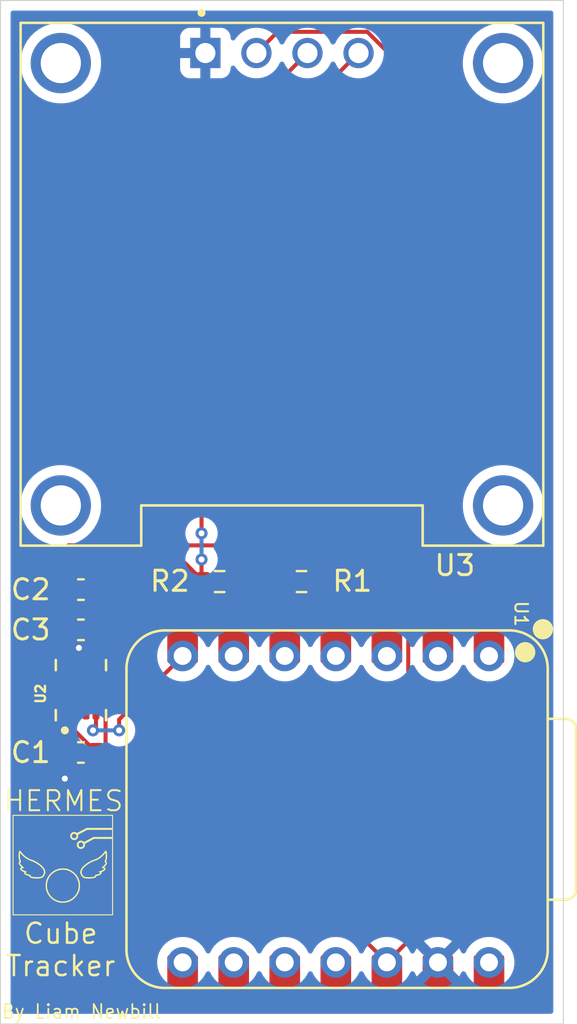
<source format=kicad_pcb>
(kicad_pcb (version 20241229) (generator "pcbnew") (generator_version "9.0")
  (layers (0 "F.Cu" signal) (2 "B.Cu" signal) (13 "F.Paste" user) (15 "B.Paste" user) (5 "F.SilkS" user "F.Silkscreen") (7 "B.SilkS" user "B.Silkscreen") (1 "F.Mask" user) (3 "B.Mask" user) (25 "Edge.Cuts" user))
  (net 0 "")
  (net 1 "GND")
  (net 2 "3.3V")
  (net 3 "SDA")
  (net 4 "Net-(U1-GPIO6{slash}SDA)")
  (net 5 "Net-(U1-GPIO7{slash}SCL)")
  (net 6 "SCL")
  (net 8 "ICMINT")
  (footprint "KICADCustom:HermesLogo" (layer "F.Cu") (at 151.1 91.9)
    (property "Reference" "G***" (hide yes))
    (property "Value" "LOGO" (hide yes))
    (fp_poly (pts (xy 0.049009 0.16558) (xy 0.118718 0.169552) (xy 0.178599 0.17694) (xy 0.21 0.183725) (xy 0.335993 0.228451) (xy 0.451794 0.289813) (xy 0.556147 0.366557) (xy 0.647797 0.457427) (xy 0.725489 0.561168) (xy 0.787969 0.676525) (xy 0.833981 0.802243) (xy 0.836172 0.810023) (xy 0.845851 0.859977) (xy 0.85212 0.92373) (xy 0.854976 0.995377) (xy 0.854419 1.069009) (xy 0.850447 1.138718) (xy 0.843059 1.198599) (xy 0.836274 1.23) (xy 0.791897 1.354887) (xy 0.730903 1.470109) (xy 0.654708 1.57424) (xy 0.564728 1.665858) (xy 0.462379 1.74354) (xy 0.349076 1.805863) (xy 0.226234 1.851403) (xy 0.215 1.854563) (xy 0.180323 1.861303) (xy 0.131462 1.867221) (xy 0.07412 1.872) (xy 0.014 1.875321) (xy -0.043194 1.876867) (xy -0.091758 1.876319) (xy -0.125 1.873523) (xy -0.22264 1.850723) (xy -0.323928 1.81436) (xy -0.421433 1.767521) (xy -0.503436 1.716383) (xy -0.599561 1.635535) (xy -0.683481 1.539993) (xy -0.753687 1.431959) (xy -0.808674 1.313636) (xy -0.836173 1.229976) (xy -0.845852 1.180022) (xy -0.852121 1.116269) (xy -0.854977 1.044622) (xy -0.854486 0.979709) (xy -0.784904 0.979709) (xy -0.784505 1.070354) (xy -0.77608 1.156631) (xy -0.762038 1.222991) (xy -0.717921 1.34297) (xy -0.657768 1.452099) (xy -0.582916 1.549165) (xy -0.4947 1.632949) (xy -0.394457 1.702239) (xy -0.283523 1.755816) (xy -0.163233 1.792467) (xy -0.128361 1.799476) (xy -0.074171 1.805143) (xy -0.007795 1.806032) (xy 0.063637 1.802552) (xy 0.132995 1.795111) (xy 0.193149 1.784117) (xy 0.208286 1.780202) (xy 0.326618 1.736718) (xy 0.434663 1.676685) (xy 0.531096 1.601429) (xy 0.614594 1.51228) (xy 0.683831 1.410566) (xy 0.737485 1.297617) (xy 0.761648 1.225) (xy 0.777281 1.147882) (xy 0.784903 1.06029) (xy 0.784504 0.969645) (xy 0.776079 0.883368) (xy 0.762037 0.817008) (xy 0.717725 0.696329) (xy 0.657343 0.586779) (xy 0.58202 0.489488) (xy 0.492881 0.405588) (xy 0.391056 0.336208) (xy 0.277671 0.28248) (xy 0.205 0.258351) (xy 0.127882 0.242718) (xy 0.04029 0.235096) (xy -0.050355 0.235495) (xy -0.136632 0.24392) (xy -0.202992 0.257962) (xy -0.323671 0.302274) (xy -0.433221 0.362656) (xy -0.530512 0.437979) (xy -0.614412 0.527118) (xy -0.683792 0.628943) (xy -0.73752 0.742328) (xy -0.761649 0.815) (xy -0.777282 0.892117) (xy -0.784904 0.979709) (xy -0.854486 0.979709) (xy -0.85442 0.97099) (xy -0.850448 0.901281) (xy -0.84306 0.8414) (xy -0.836275 0.81) (xy -0.791549 0.684006) (xy -0.730187 0.568205) (xy -0.653443 0.463852) (xy -0.562573 0.372202) (xy -0.458832 0.29451) (xy -0.343475 0.23203) (xy -0.217757 0.186018) (xy -0.209977 0.183827) (xy -0.160023 0.174148) (xy -0.09627 0.167879) (xy -0.024623 0.165023)) (fill yes) (layer "F.SilkS"))
    (fp_poly (pts (xy 2.5 0) (xy 2.5 2.5) (xy 0 2.5) (xy -2.5 2.5) (xy -2.5 0) (xy -2.45 0) (xy -2.45 2.45) (xy 0 2.45) (xy 2.45 2.45) (xy 2.45 0.575) (xy 2.45 -1.3) (xy 2.002235 -1.3) (xy 1.554471 -1.3) (xy 1.332359 -1.1825) (xy 1.110247 -1.065) (xy 1.110123 -1.017179) (xy 1.101381 -0.954411) (xy 1.077462 -0.900554) (xy 1.041306 -0.85693) (xy 0.995856 -0.824862) (xy 0.944053 -0.805674) (xy 0.888837 -0.800688) (xy 0.833151 -0.811226) (xy 0.779936 -0.838612) (xy 0.756239 -0.858031) (xy 0.718122 -0.906149) (xy 0.696788 -0.960514) (xy 0.692205 -1.010614) (xy 0.785 -1.010614) (xy 0.793716 -0.961985) (xy 0.818825 -0.923433) (xy 0.855 -0.899029) (xy 0.893159 -0.892118) (xy 0.935205 -0.899772) (xy 0.97352 -0.920196) (xy 0.984066 -0.929451) (xy 1.003683 -0.952526) (xy 1.012761 -0.975934) (xy 1.014999 -1.009307) (xy 1.015 -1.01) (xy 1.012904 -1.043379) (xy 1.004004 -1.066831) (xy 0.984383 -1.090219) (xy 0.982307 -1.092308) (xy 0.958514 -1.112921) (xy 0.935419 -1.122509) (xy 0.903159 -1.124992) (xy 0.9 -1.125) (xy 0.866621 -1.122905) (xy 0.843169 -1.114005) (xy 0.819781 -1.094384) (xy 0.817692 -1.092308) (xy 0.796929 -1.068266) (xy 0.78737 -1.044861) (xy 0.785001 -1.012067) (xy 0.785 -1.010614) (xy 0.692205 -1.010614) (xy 0.691565 -1.017608) (xy 0.701784 -1.073908) (xy 0.726774 -1.125895) (xy 0.765866 -1.170048) (xy 0.81839 -1.202846) (xy 0.822178 -1.20447) (xy 0.87711 -1.217912) (xy 0.935022 -1.215999) (xy 0.989678 -1.199743) (xy 1.034839 -1.170152) (xy 1.034967 -1.170031) (xy 1.041463 -1.164556) (xy 1.048782 -1.161504) (xy 1.059074 -1.161762) (xy 1.074492 -1.166217) (xy 1.097186 -1.175758) (xy 1.129307 -1.191272) (xy 1.173007 -1.213647) (xy 1.230438 -1.243771) (xy 1.290103 -1.27531) (xy 1.525 -1.399603) (xy 1.9875 -1.399802) (xy 2.45 -1.4) (xy 2.45 -1.575) (xy 2.45 -1.75) (xy 1.832122 -1.75) (xy 1.214245 -1.75) (xy 0.990597 -1.631206) (xy 0.76695 -1.512411) (xy 0.765975 -1.448706) (xy 0.757336 -1.382778) (xy 0.7333 -1.329341) (xy 0.693357 -1.287535) (xy 0.658181 -1.265967) (xy 0.600961 -1.244773) (xy 0.547342 -1.241686) (xy 0.492388 -1.256753) (xy 0.468985 -1.267844) (xy 0.433085 -1.289842) (xy 0.408252 -1.315192) (xy 0.387843 -1.348986) (xy 0.365552 -1.406545) (xy 0.362551 -1.449969) (xy 0.45 -1.449969) (xy 0.457974 -1.412869) (xy 0.478358 -1.375945) (xy 0.50584 -1.348647) (xy 0.507556 -1.347548) (xy 0.546303 -1.332171) (xy 0.586744 -1.334838) (xy 0.613928 -1.345162) (xy 0.64561 -1.368484) (xy 0.669318 -1.401274) (xy 0.679865 -1.43608) (xy 0.68 -1.440032) (xy 0.671628 -1.479407) (xy 0.649577 -1.515664) (xy 0.618442 -1.543793) (xy 0.582817 -1.558784) (xy 0.569968 -1.56) (xy 0.530593 -1.551629) (xy 0.494336 -1.529578) (xy 0.466207 -1.498443) (xy 0.451216 -1.462818) (xy 0.45 -1.449969) (xy 0.362551 -1.449969) (xy 0.361755 -1.461481) (xy 0.376344 -1.518508) (xy 0.383491 -1.535028) (xy 0.417566 -1.58683) (xy 0.462912 -1.623479) (xy 0.516734 -1.644036) (xy 0.576233 -1.647563) (xy 0.638613 -1.63312) (xy 0.655184 -1.626202) (xy 0.712742 -1.599851) (xy 0.949858 -1.724926) (xy 1.186974 -1.85) (xy 1.818487 -1.85) (xy 2.45 -1.85) (xy 2.45 -2.15) (xy 2.45 -2.45) (xy 0 -2.45) (xy -2.45 -2.45) (xy -2.45 0) (xy -2.5 0) (xy -2.5 -2.5) (xy 0 -2.5) (xy 2.5 -2.5)) (fill yes) (layer "F.SilkS"))
    (fp_poly (pts (xy 2.138442 -0.724801) (xy 2.145216 -0.719821) (xy 2.167184 -0.693641) (xy 2.183569 -0.654891) (xy 2.195318 -0.600817) (xy 2.200616 -0.559119) (xy 2.204442 -0.489559) (xy 2.202779 -0.415542) (xy 2.196171 -0.343242) (xy 2.185166 -0.278834) (xy 2.171708 -0.232075) (xy 2.153181 -0.183315) (xy 2.17659 -0.1561) (xy 2.192695 -0.130124) (xy 2.199965 -0.104071) (xy 2.2 -0.1026) (xy 2.191741 -0.06258) (xy 2.168538 -0.016675) (xy 2.132747 0.030967) (xy 2.110939 0.054074) (xy 2.061359 0.102909) (xy 2.093179 0.124277) (xy 2.120023 0.151337) (xy 2.128802 0.182775) (xy 2.120519 0.21693) (xy 2.096175 0.252138) (xy 2.056772 0.286735) (xy 2.00331 0.319059) (xy 1.965404 0.336463) (xy 1.939104 0.348578) (xy 1.927303 0.359672) (xy 1.925617 0.375316) (xy 1.92698 0.385266) (xy 1.923023 0.420269) (xy 1.900454 0.453131) (xy 1.860629 0.482859) (xy 1.804904 0.50846) (xy 1.734634 0.528942) (xy 1.729059 0.53019) (xy 1.696224 0.538647) (xy 1.677265 0.548296) (xy 1.666247 0.56308) (xy 1.661275 0.575237) (xy 1.638957 0.60841) (xy 1.614457 0.624587) (xy 1.563771 0.642588) (xy 1.497687 0.656872) (xy 1.420535 0.666994) (xy 1.336647 0.672512) (xy 1.250353 0.672983) (xy 1.178847 0.669127) (xy 1.097822 0.656948) (xy 1.032143 0.634343) (xy 0.979128 0.599541) (xy 0.936092 0.550773) (xy 0.900354 0.486268) (xy 0.899782 0.485) (xy 0.87838 0.432325) (xy 0.867198 0.389536) (xy 0.866519 0.376279) (xy 0.942082 0.376279) (xy 0.957272 0.435441) (xy 0.970281 0.465589) (xy 1.000957 0.517839) (xy 1.037255 0.554082) (xy 1.083745 0.578283) (xy 1.109387 0.58635) (xy 1.141743 0.591858) (xy 1.188972 0.595829) (xy 1.246007 0.598227) (xy 1.307776 0.599015) (xy 1.369212 0.598156) (xy 1.425245 0.595615) (xy 1.470805 0.591354) (xy 1.485461 0.589068) (xy 1.537311 0.577284) (xy 1.572005 0.563472) (xy 1.592385 0.545907) (xy 1.601293 0.522863) (xy 1.60186 0.518386) (xy 1.604108 0.50338) (xy 1.609827 0.492906) (xy 1.622819 0.484783) (xy 1.646887 0.476826) (xy 1.685832 0.466855) (xy 1.695931 0.46438) (xy 1.760681 0.446634) (xy 1.810119 0.428998) (xy 1.842562 0.412146) (xy 1.854571 0.400693) (xy 1.85027 0.390422) (xy 1.833083 0.373706) (xy 1.814088 0.359373) (xy 1.767766 0.327502) (xy 1.851383 0.300433) (xy 1.926741 0.273518) (xy 1.984324 0.247084) (xy 2.026301 0.220076) (xy 2.038481 0.209567) (xy 2.05252 0.190551) (xy 2.047664 0.177777) (xy 2.023847 0.171177) (xy 2.002756 0.170153) (xy 1.977611 0.165986) (xy 1.96085 0.150081) (xy 1.954247 0.138543) (xy 1.944777 0.118144) (xy 1.945445 0.105095) (xy 1.958571 0.091772) (xy 1.97149 0.081904) (xy 2.000912 0.057448) (xy 2.033941 0.026381) (xy 2.066765 -0.007247) (xy 2.095573 -0.039387) (xy 2.116551 -0.065991) (xy 2.12555 -0.081736) (xy 2.1254 -0.105108) (xy 2.117817 -0.114239) (xy 2.102971 -0.130477) (xy 2.087801 -0.154429) (xy 2.087779 -0.154471) (xy 2.078686 -0.175464) (xy 2.079009 -0.192792) (xy 2.089235 -0.216267) (xy 2.091017 -0.219707) (xy 2.108168 -0.262303) (xy 2.120094 -0.315591) (xy 2.127212 -0.382387) (xy 2.129942 -0.465502) (xy 2.13 -0.481613) (xy 2.13 -0.600496) (xy 2.0275 -0.496885) (xy 1.936588 -0.410647) (xy 1.849981 -0.340821) (xy 1.764477 -0.285281) (xy 1.676873 -0.241901) (xy 1.601123 -0.21388) (xy 1.508973 -0.179695) (xy 1.416212 -0.136672) (xy 1.325338 -0.086641) (xy 1.23885 -0.031429) (xy 1.159247 0.027136) (xy 1.089027 0.087225) (xy 1.030689 0.14701) (xy 0.986732 0.204663) (xy 0.961074 0.254423) (xy 0.943443 0.318108) (xy 0.942082 0.376279) (xy 0.866519 0.376279) (xy 0.865173 0.350003) (xy 0.871231 0.307151) (xy 0.888554 0.244034) (xy 0.914063 0.187364) (xy 0.95047 0.132729) (xy 1.000486 0.07572) (xy 1.033961 0.042536) (xy 1.156071 -0.061818) (xy 1.287952 -0.150246) (xy 1.431742 -0.224037) (xy 1.55787 -0.273778) (xy 1.616049 -0.294579) (xy 1.660814 -0.312317) (xy 1.697889 -0.329742) (xy 1.732996 -0.349603) (xy 1.77186 -0.37465) (xy 1.781852 -0.381379) (xy 1.885692 -0.461044) (xy 1.98528 -0.555459) (xy 2.075356 -0.659397) (xy 2.113385 -0.71073) (xy 2.126664 -0.725669)) (fill yes) (layer "F.SilkS"))
    (fp_poly (pts (xy -2.119862 -0.722281) (xy -2.111129 -0.710105) (xy -2.074524 -0.659524) (xy -2.028043 -0.602965) (xy -1.977426 -0.546949) (xy -1.928413 -0.497996) (xy -1.909036 -0.480548) (xy -1.83105 -0.416708) (xy -1.759912 -0.366479) (xy -1.691003 -0.327089) (xy -1.619701 -0.295765) (xy -1.575 -0.280061) (xy -1.437488 -0.226646) (xy -1.302671 -0.157353) (xy -1.175537 -0.075158) (xy -1.061074 0.016963) (xy -1.032316 0.043801) (xy -0.972358 0.10629) (xy -0.927972 0.164033) (xy -0.896739 0.22102) (xy -0.87624 0.28124) (xy -0.869552 0.312197) (xy -0.864757 0.344672) (xy -0.864876 0.371349) (xy -0.870805 0.400247) (xy -0.883439 0.439385) (xy -0.883909 0.440738) (xy -0.912521 0.510576) (xy -0.94588 0.565345) (xy -0.986601 0.606797) (xy -1.037302 0.636685) (xy -1.100598 0.656763) (xy -1.179106 0.668783) (xy -1.23 0.67261) (xy -1.276184 0.673702) (xy -1.331963 0.672919) (xy -1.387038 0.670448) (xy -1.4 0.669549) (xy -1.488523 0.65987) (xy -1.558282 0.645517) (xy -1.610025 0.626221) (xy -1.644497 0.601711) (xy -1.661276 0.575237) (xy -1.670427 0.555792) (xy -1.684157 0.543716) (xy -1.708399 0.535068) (xy -1.72906 0.53019) (xy -1.800826 0.510025) (xy -1.857636 0.484785) (xy -1.898268 0.455377) (xy -1.921496 0.422705) (xy -1.926096 0.387676) (xy -1.925608 0.38472) (xy -1.923354 0.364773) (xy -1.929117 0.352574) (xy -1.947229 0.342533) (xy -1.963172 0.336229) (xy -2.022107 0.308803) (xy -2.069309 0.277027) (xy -2.103617 0.242849) (xy -2.12387 0.20822) (xy -2.128909 0.17509) (xy -2.117572 0.145409) (xy -2.09056 0.122173) (xy -2.061838 0.105688) (xy -2.117283 0.045801) (xy -2.161966 -0.007915) (xy -2.189148 -0.054292) (xy -2.199284 -0.094808) (xy -2.192827 -0.130939) (xy -2.178712 -0.154367) (xy -2.166761 -0.171051) (xy -2.162491 -0.185455) (xy -2.165467 -0.204883) (xy -2.174044 -0.232892) (xy -2.188577 -0.292514) (xy -2.198841 -0.364542) (xy -2.204249 -0.441725) (xy -2.204231 -0.482993) (xy -2.129966 -0.482993) (xy -2.127804 -0.396295) (xy -2.120954 -0.326095) (xy -2.108949 -0.269343) (xy -2.091323 -0.222988) (xy -2.089761 -0.219844) (xy -2.078894 -0.195191) (xy -2.07796 -0.177533) (xy -2.086618 -0.156703) (xy -2.087585 -0.154844) (xy -2.102547 -0.130969) (xy -2.116941 -0.114883) (xy -2.117182 -0.114703) (xy -2.125913 -0.101855) (xy -2.122186 -0.080867) (xy -2.120865 -0.077274) (xy -2.107589 -0.055224) (xy -2.082915 -0.024729) (xy -2.050867 0.009925) (xy -2.015473 0.044451) (xy -1.980756 0.074563) (xy -1.971491 0.081781) (xy -1.950771 0.098442) (xy -1.943729 0.110715) (xy -1.948049 0.126224) (xy -1.954248 0.138543) (xy -1.970034 0.161048) (xy -1.990612 0.169473) (xy -2.002757 0.170153) (xy -2.036949 0.173387) (xy -2.052195 0.182772) (xy -2.048625 0.198454) (xy -2.038482 0.210016) (xy -2.014032 0.227886) (xy -1.976158 0.24916) (xy -1.930492 0.27117) (xy -1.882668 0.291254) (xy -1.838318 0.306745) (xy -1.8275 0.309839) (xy -1.800108 0.318556) (xy -1.782944 0.326631) (xy -1.78 0.32997) (xy -1.787637 0.339254) (xy -1.807134 0.354823) (xy -1.82188 0.365056) (xy -1.86376 0.392771) (xy -1.840676 0.411463) (xy -1.817407 0.424597) (xy -1.78018 0.439453) (xy -1.734714 0.454157) (xy -1.686725 0.466837) (xy -1.647581 0.47473) (xy -1.621183 0.481951) (xy -1.608202 0.495369) (xy -1.604246 0.507938) (xy -1.596691 0.53855) (xy -1.588615 0.555618) (xy -1.576043 0.565297) (xy -1.563861 0.570433) (xy -1.527097 0.580135) (xy -1.475215 0.588119) (xy -1.413043 0.59418) (xy -1.345405 0.598114) (xy -1.277129 0.599716) (xy -1.213039 0.598782) (xy -1.157962 0.595105) (xy -1.12 0.589264) (xy -1.06297 0.569572) (xy -1.01876 0.537854) (xy -0.983508 0.490936) (xy -0.970648 0.466357) (xy -0.94675 0.399029) (xy -0.941157 0.334134) (xy -0.954201 0.270233) (xy -0.986209 0.205886) (xy -1.037512 0.139654) (xy -1.048067 0.12822) (xy -1.142707 0.039872) (xy -1.252924 -0.042229) (xy -1.374644 -0.115553) (xy -1.503791 -0.177567) (xy -1.598026 -0.213434) (xy -1.724858 -0.266782) (xy -1.845729 -0.338909) (xy -1.960913 -0.430004) (xy -2.059708 -0.528105) (xy -2.129932 -0.605) (xy -2.129966 -0.482993) (xy -2.204231 -0.482993) (xy -2.204217 -0.51681) (xy -2.20075 -0.563307) (xy -2.19087 -0.626774) (xy -2.177069 -0.673451) (xy -2.158268 -0.706345) (xy -2.144288 -0.720591) (xy -2.130781 -0.72852)) (fill yes) (layer "F.SilkS"))
  )
  (footprint "Capacitor_SMD:C_0603_1608Metric" (layer "F.Cu") (at 152 78.2)
    (property "Reference" "C2" (at -2.5 0 0) (layer "F.SilkS"))
    (property "Value" "0.1microF")
    (fp_line (start -0.14058 -0.51) (end 0.14058 -0.51) (stroke (width 0.12)) (layer "F.SilkS"))
    (fp_line (start -0.14058 0.51) (end 0.14058 0.51) (stroke (width 0.12)) (layer "F.SilkS"))
    (pad "1" smd roundrect (at -0.775 0) (size 0.9 0.95) (layers "F.Cu" "F.Mask" "F.Paste") (net 1 "GND"))
    (pad "2" smd roundrect (at 0.775 0) (size 0.9 0.95) (layers "F.Cu" "F.Mask" "F.Paste") (net 2 "3.3V"))
  )
  (footprint "Footprints:PQFN50P300X250X97-14N" (layer "F.Cu") (at 152 83.2 90)
    (property "Reference" "U2" (at -0.176 -2.0048 90) (layer "F.SilkS") (effects (font (size 0.48 0.48) (thickness 0.12))))
    (property "Value" "ICM-42688-P")
    (fp_line (start 0.99 -1.25) (end 1.5 -1.25) (stroke (width 0.127)) (layer "F.SilkS"))
    (fp_line (start -1.5 -1.25) (end -0.99 -1.25) (stroke (width 0.127)) (layer "F.SilkS"))
    (fp_line (start 1.5 1.25) (end 0.99 1.25) (stroke (width 0.127)) (layer "F.SilkS"))
    (fp_line (start -1.5 1.25) (end -0.99 1.25) (stroke (width 0.127)) (layer "F.SilkS"))
    (fp_circle (center -2 -0.8) (end -1.9 -0.8) (stroke (width 0.2)) (fill no) (layer "F.SilkS"))
    (pad "1" smd roundrect (at -1.165 -0.75 90) (size 0.59 0.35) (layers "F.Cu" "F.Paste") (net 2 "3.3V"))
    (pad "2" smd roundrect (at -1.165 -0.25 90) (size 0.59 0.35) (layers "F.Cu" "F.Paste"))
    (pad "3" smd roundrect (at -1.165 0.25 90) (size 0.59 0.35) (layers "F.Cu" "F.Paste"))
    (pad "4" smd roundrect (at -1.165 0.75 90) (size 0.59 0.35) (layers "F.Cu" "F.Paste") (net 8 "ICMINT"))
    (pad "5" smd roundrect (at -0.5 0.915 90) (size 0.35 0.59) (layers "F.Cu" "F.Paste") (net 2 "3.3V"))
    (pad "6" smd roundrect (at 0 0.915 90) (size 0.35 0.59) (layers "F.Cu" "F.Paste") (net 1 "GND"))
    (pad "7" smd roundrect (at 0.5 0.915 90) (size 0.35 0.59) (layers "F.Cu" "F.Paste") (net 1 "GND"))
    (pad "8" smd roundrect (at 1.165 0.75 90) (size 0.59 0.35) (layers "F.Cu" "F.Paste") (net 2 "3.3V"))
    (pad "9" smd roundrect (at 1.165 0.25 90) (size 0.59 0.35) (layers "F.Cu" "F.Paste") (net 1 "GND"))
    (pad "10" smd roundrect (at 1.165 -0.25 90) (size 0.59 0.35) (layers "F.Cu" "F.Paste"))
    (pad "11" smd roundrect (at 1.165 -0.75 90) (size 0.59 0.35) (layers "F.Cu" "F.Paste") (net 1 "GND"))
    (pad "12" smd roundrect (at 0.5 -0.915 90) (size 0.35 0.59) (layers "F.Cu" "F.Paste") (net 2 "3.3V"))
    (pad "13" smd roundrect (at 0 -0.915 90) (size 0.35 0.59) (layers "F.Cu" "F.Paste") (net 6 "SCL"))
    (pad "14" smd roundrect (at -0.5 -0.915 90) (size 0.35 0.59) (layers "F.Cu" "F.Paste") (net 3 "SDA"))
  )
  (footprint "Resistor_SMD:R_0603_1608Metric" (layer "F.Cu") (at 158.9 77.8 180)
    (property "Reference" "R2" (at 2.475 0.02 0) (layer "F.SilkS"))
    (property "Value" "4.7K")
    (fp_line (start -0.237258 0.5225) (end 0.237258 0.5225) (stroke (width 0.12)) (layer "F.SilkS"))
    (fp_line (start -0.237258 -0.5225) (end 0.237258 -0.5225) (stroke (width 0.12)) (layer "F.SilkS"))
    (pad "1" smd roundrect (at -0.825 0 180) (size 0.8 0.95) (layers "F.Cu" "F.Mask" "F.Paste") (net 5 "Net-(U1-GPIO7{slash}SCL)"))
    (pad "2" smd roundrect (at 0.825 0 180) (size 0.8 0.95) (layers "F.Cu" "F.Mask" "F.Paste") (net 6 "SCL"))
  )
  (footprint "Footprints:MODULE_DM-OLED096-636" (layer "F.Cu") (at 162 63.0125)
    (property "Reference" "U3" (at 8.6 13.9875 0) (layer "F.SilkS"))
    (property "Value" "DM-OLED096-636")
    (fp_line (start -13 -13) (end 13 -13) (stroke (width 0.127)) (layer "F.SilkS"))
    (fp_line (start -13 13) (end -13 -13) (stroke (width 0.127)) (layer "F.SilkS"))
    (fp_line (start -7 11) (end -7 13) (stroke (width 0.127)) (layer "F.SilkS"))
    (fp_line (start -7 13) (end -13 13) (stroke (width 0.127)) (layer "F.SilkS"))
    (fp_line (start 7 11) (end -7 11) (stroke (width 0.127)) (layer "F.SilkS"))
    (fp_line (start 7 13) (end 7 11) (stroke (width 0.127)) (layer "F.SilkS"))
    (fp_line (start 13 -13) (end 13 13) (stroke (width 0.127)) (layer "F.SilkS"))
    (fp_line (start 13 13) (end 7 13) (stroke (width 0.127)) (layer "F.SilkS"))
    (fp_circle (center -4 -13.5) (end -3.9 -13.5) (stroke (width 0.2)) (fill no) (layer "F.SilkS"))
    (pad "1" thru_hole rect (at -3.81 -11.5) (size 1.508 1.508) (drill 1) (layers "*.Cu" "*.Mask") (net 1 "GND"))
    (pad "2" thru_hole circle (at -1.27 -11.5) (size 1.508 1.508) (drill 1) (layers "*.Cu" "*.Mask") (net 2 "3.3V"))
    (pad "3" thru_hole circle (at 1.27 -11.5) (size 1.508 1.508) (drill 1) (layers "*.Cu" "*.Mask") (net 6 "SCL"))
    (pad "4" thru_hole circle (at 3.81 -11.5) (size 1.508 1.508) (drill 1) (layers "*.Cu" "*.Mask") (net 3 "SDA"))
    (pad "S1" thru_hole circle (at -11 -11) (size 3 3) (drill 2) (layers "*.Cu" "*.Mask"))
    (pad "S2" thru_hole circle (at 11 -11) (size 3 3) (drill 2) (layers "*.Cu" "*.Mask"))
    (pad "S3" thru_hole circle (at 11 11) (size 3 3) (drill 2) (layers "*.Cu" "*.Mask"))
    (pad "S4" thru_hole circle (at -11 11) (size 3 3) (drill 2) (layers "*.Cu" "*.Mask"))
  )
  (footprint "Footprints:XIAO-RP2040-DIP" (layer "F.Cu") (at 164.68 89.12 -90)
    (property "Reference" "U1" (at -9.72 -9.22 270) (layer "F.SilkS") (effects (font (size 0.635 0.635) (thickness 0.1016))))
    (property "Value" "XIAO-RP2040-DIP")
    (fp_line (start -6.985 10.414) (end 6.985 10.414) (stroke (width 0.127)) (layer "F.SilkS"))
    (fp_line (start -8.89 8.509) (end -8.89 -8.636) (stroke (width 0.127)) (layer "F.SilkS"))
    (fp_line (start 8.89 8.509) (end 8.89 -8.636) (stroke (width 0.127)) (layer "F.SilkS"))
    (fp_line (start -4.495 -10.541) (end -4.491272 -11.451272) (stroke (width 0.127)) (layer "F.SilkS"))
    (fp_line (start 6.985 -10.541) (end -6.985 -10.541) (stroke (width 0.1)) (layer "F.SilkS"))
    (fp_line (start 6.985 -10.541) (end -6.985 -10.541) (stroke (width 0.127)) (layer "F.SilkS"))
    (fp_line (start 4.504 -11.451) (end 4.504 -10.541) (stroke (width 0.127)) (layer "F.SilkS"))
    (fp_line (start -3.991272 -11.951) (end 4.004 -11.951) (stroke (width 0.127)) (layer "F.SilkS"))
    (fp_arc (start -6.985 10.414) (mid -8.332038 9.856038) (end -8.89 8.509) (stroke (width 0.127)) (layer "F.SilkS"))
    (fp_arc (start 8.89 8.509) (mid 8.332038 9.856038) (end 6.985 10.414) (stroke (width 0.127)) (layer "F.SilkS"))
    (fp_arc (start -8.89 -8.636) (mid -8.332038 -9.983038) (end -6.985 -10.541) (stroke (width 0.127)) (layer "F.SilkS"))
    (fp_arc (start 6.985 -10.541) (mid 8.332038 -9.983038) (end 8.89 -8.636) (stroke (width 0.127)) (layer "F.SilkS"))
    (fp_arc (start -4.491272 -11.451272) (mid -4.344728 -11.80464) (end -3.991272 -11.951) (stroke (width 0.127)) (layer "F.SilkS"))
    (fp_arc (start 4.004 -11.951) (mid 4.357553 -11.804553) (end 4.504 -11.451) (stroke (width 0.127)) (layer "F.SilkS"))
    (fp_circle (center -7.807 -9.42) (end -7.807 -9.674) (stroke (width 0.5)) (fill yes) (layer "F.SilkS"))
    (fp_circle (center -8.95 -10.3) (end -8.95 -10.554) (stroke (width 0.5)) (fill yes) (layer "F.SilkS"))
    (pad "1" smd roundrect (at -8.455 -7.62 90) (size 2.432 1.524) (layers "F.Cu" "F.Mask") (roundrect_rratio 0.1))
    (pad "1" thru_hole circle (at -7.62 -7.62 90) (size 1.524 1.524) (drill 0.889) (layers "*.Cu" "*.Mask"))
    (pad "2" smd roundrect (at -8.455 -5.08 90) (size 2.432 1.524) (layers "F.Cu" "F.Mask") (roundrect_rratio 0.1))
    (pad "2" thru_hole circle (at -7.62 -5.08 90) (size 1.524 1.524) (drill 0.889) (layers "*.Cu" "*.Mask"))
    (pad "3" smd roundrect (at -8.455 -2.54 90) (size 2.432 1.524) (layers "F.Cu" "F.Mask") (roundrect_rratio 0.1))
    (pad "3" thru_hole circle (at -7.62 -2.54 90) (size 1.524 1.524) (drill 0.889) (layers "*.Cu" "*.Mask"))
    (pad "4" smd roundrect (at -8.455 0 90) (size 2.432 1.524) (layers "F.Cu" "F.Mask") (roundrect_rratio 0.1))
    (pad "4" thru_hole circle (at -7.62 0 90) (size 1.524 1.524) (drill 0.889) (layers "*.Cu" "*.Mask"))
    (pad "5" smd roundrect (at -8.455 2.54 90) (size 2.432 1.524) (layers "F.Cu" "F.Mask") (roundrect_rratio 0.1) (net 4 "Net-(U1-GPIO6{slash}SDA)"))
    (pad "5" thru_hole circle (at -7.62 2.54 90) (size 1.524 1.524) (drill 0.889) (layers "*.Cu" "*.Mask") (net 4 "Net-(U1-GPIO6{slash}SDA)"))
    (pad "6" smd roundrect (at -8.455 5.08 90) (size 2.432 1.524) (layers "F.Cu" "F.Mask") (roundrect_rratio 0.1) (net 5 "Net-(U1-GPIO7{slash}SCL)"))
    (pad "6" thru_hole circle (at -7.62 5.08 90) (size 1.524 1.524) (drill 0.889) (layers "*.Cu" "*.Mask") (net 5 "Net-(U1-GPIO7{slash}SCL)"))
    (pad "7" smd roundrect (at -8.455 7.62 90) (size 2.432 1.524) (layers "F.Cu" "F.Mask") (roundrect_rratio 0.1) (net 8 "ICMINT"))
    (pad "7" thru_hole circle (at -7.62 7.62 90) (size 1.524 1.524) (drill 0.889) (layers "*.Cu" "*.Mask") (net 8 "ICMINT"))
    (pad "8" thru_hole circle (at 7.62 7.62 270) (size 1.524 1.524) (drill 0.889) (layers "*.Cu" "*.Mask"))
    (pad "8" smd roundrect (at 8.455 7.62 270) (size 2.432 1.524) (layers "F.Cu" "F.Mask") (roundrect_rratio 0.1))
    (pad "9" thru_hole circle (at 7.62 5.08 270) (size 1.524 1.524) (drill 0.889) (layers "*.Cu" "*.Mask"))
    (pad "9" smd roundrect (at 8.455 5.08 270) (size 2.432 1.524) (layers "F.Cu" "F.Mask") (roundrect_rratio 0.1))
    (pad "10" thru_hole circle (at 7.62 2.54 270) (size 1.524 1.524) (drill 0.889) (layers "*.Cu" "*.Mask"))
    (pad "10" smd roundrect (at 8.455 2.54 270) (size 2.432 1.524) (layers "F.Cu" "F.Mask") (roundrect_rratio 0.1))
    (pad "11" thru_hole circle (at 7.62 0 270) (size 1.524 1.524) (drill 0.889) (layers "*.Cu" "*.Mask"))
    (pad "11" smd roundrect (at 8.455 0 270) (size 2.432 1.524) (layers "F.Cu" "F.Mask") (roundrect_rratio 0.1))
    (pad "12" thru_hole circle (at 7.62 -2.54 270) (size 1.524 1.524) (drill 0.889) (layers "*.Cu" "*.Mask") (net 2 "3.3V"))
    (pad "12" smd roundrect (at 8.455 -2.54 270) (size 2.432 1.524) (layers "F.Cu" "F.Mask") (roundrect_rratio 0.1) (net 2 "3.3V"))
    (pad "13" thru_hole circle (at 7.62 -5.08 270) (size 1.524 1.524) (drill 0.889) (layers "*.Cu" "*.Mask") (net 1 "GND"))
    (pad "13" smd roundrect (at 8.455 -5.08 270) (size 2.432 1.524) (layers "F.Cu" "F.Mask") (roundrect_rratio 0.1) (net 1 "GND"))
    (pad "14" thru_hole circle (at 7.62 -7.62 270) (size 1.524 1.524) (drill 0.889) (layers "*.Cu" "*.Mask"))
    (pad "14" smd roundrect (at 8.455 -7.62 270) (size 2.432 1.524) (layers "F.Cu" "F.Mask") (roundrect_rratio 0.1))
  )
  (footprint "Capacitor_SMD:C_0603_1608Metric" (layer "F.Cu") (at 152 86.3 180)
    (property "Reference" "C1" (at 2.5 0 0) (layer "F.SilkS"))
    (property "Value" "10nF")
    (fp_line (start -0.14058 0.51) (end 0.14058 0.51) (stroke (width 0.12)) (layer "F.SilkS"))
    (fp_line (start -0.14058 -0.51) (end 0.14058 -0.51) (stroke (width 0.12)) (layer "F.SilkS"))
    (pad "1" smd roundrect (at -0.775 0 180) (size 0.9 0.95) (layers "F.Cu" "F.Mask" "F.Paste") (net 2 "3.3V"))
    (pad "2" smd roundrect (at 0.775 0 180) (size 0.9 0.95) (layers "F.Cu" "F.Mask" "F.Paste") (net 1 "GND"))
  )
  (footprint "Resistor_SMD:R_0603_1608Metric" (layer "F.Cu") (at 162.975 77.8 180)
    (property "Reference" "R1" (at -2.525 0.02 0) (layer "F.SilkS"))
    (property "Value" "4.7K")
    (fp_line (start -0.237258 0.5225) (end 0.237258 0.5225) (stroke (width 0.12)) (layer "F.SilkS"))
    (fp_line (start -0.237258 -0.5225) (end 0.237258 -0.5225) (stroke (width 0.12)) (layer "F.SilkS"))
    (pad "1" smd roundrect (at -0.825 0 180) (size 0.8 0.95) (layers "F.Cu" "F.Mask" "F.Paste") (net 3 "SDA"))
    (pad "2" smd roundrect (at 0.825 0 180) (size 0.8 0.95) (layers "F.Cu" "F.Mask" "F.Paste") (net 4 "Net-(U1-GPIO6{slash}SDA)"))
  )
  (footprint "Capacitor_SMD:C_0603_1608Metric" (layer "F.Cu") (at 152 80.2 180)
    (property "Reference" "C3" (at 2.5 0 0) (layer "F.SilkS"))
    (property "Value" "2.2microF")
    (fp_line (start -0.14058 0.51) (end 0.14058 0.51) (stroke (width 0.12)) (layer "F.SilkS"))
    (fp_line (start -0.14058 -0.51) (end 0.14058 -0.51) (stroke (width 0.12)) (layer "F.SilkS"))
    (pad "1" smd roundrect (at -0.775 0 180) (size 0.9 0.95) (layers "F.Cu" "F.Mask" "F.Paste") (net 2 "3.3V"))
    (pad "2" smd roundrect (at 0.775 0 180) (size 0.9 0.95) (layers "F.Cu" "F.Mask" "F.Paste") (net 1 "GND"))
  )
  (gr_rect (start 148 48.9) (end 176 99.8) (stroke (width 0.05)) (fill no) (layer "Edge.Cuts"))
  (gr_text "Cube\nTracker" (at 151 97.5 0) (layer "F.SilkS") (effects (font (size 1 1) (thickness 0.125)) (justify bottom)))
  (gr_text "HERMES" (at 148.1 89.3 0) (layer "F.SilkS") (effects (font (size 1 1) (thickness 0.1)) (justify left bottom)))
  (gr_text "By Liam Newbill" (at 148 99.6 0) (layer "F.SilkS") (effects (font (size 0.7 0.65) (thickness 0.0875)) (justify left bottom)))
  (segment (start 151.225 80.2) (end 151.225 82.01) (width 0.2) (layer "F.Cu") (net 1))
  (segment (start 151.838152 81.1) (end 151.9 81.1) (width 0.2) (layer "F.Cu") (net 1))
  (segment (start 152.568152 82.7) (end 152.25 82.381848) (width 0.2) (layer "F.Cu") (net 1))
  (segment (start 151.9 81.1) (end 151.9 80.875) (width 0.2) (layer "F.Cu") (net 1))
  (segment (start 151.25 82.035) (end 151.25 81.688152) (width 0.2) (layer "F.Cu") (net 1))
  (segment (start 151.225 87.575) (end 151.2 87.6) (width 0.2) (layer "F.Cu") (net 1))
  (segment (start 152.25 81.45) (end 152.25 82.035) (width 0.2) (layer "F.Cu") (net 1))
  (segment (start 151.9 80.875) (end 151.225 80.2) (width 0.2) (layer "F.Cu") (net 1))
  (segment (start 152.915 83.2) (end 152.915 82.7) (width 0.2) (layer "F.Cu") (net 1))
  (segment (start 151.9 81.1) (end 152.25 81.45) (width 0.2) (layer "F.Cu") (net 1))
  (segment (start 152.25 82.381848) (end 152.25 82.035) (width 0.2) (layer "F.Cu") (net 1))
  (segment (start 151.225 78.2) (end 151.225 80.2) (width 0.2) (layer "F.Cu") (net 1))
  (segment (start 151.25 81.688152) (end 151.838152 81.1) (width 0.2) (layer "F.Cu") (net 1))
  (segment (start 151.225 86.3) (end 151.225 87.575) (width 0.2) (layer "F.Cu") (net 1))
  (segment (start 152.915 82.7) (end 152.568152 82.7) (width 0.2) (layer "F.Cu") (net 1))
  (via (at 151.9 81.1) (size 0.6) (drill 0.3) (layers "F.Cu" "B.Cu") (net 1))
  (via (at 151.2 87.6) (size 0.6) (drill 0.3) (layers "F.Cu" "B.Cu") (net 1))
  (segment (start 152.431848 83.7) (end 151.431848 82.7) (width 0.2) (layer "F.Cu") (net 2))
  (segment (start 153.096848 82.035) (end 153.511 82.449152) (width 0.2) (layer "F.Cu") (net 2))
  (segment (start 168.283 52.493504) (end 168.283 95.677) (width 0.2) (layer "F.Cu") (net 2))
  (segment (start 152.75 82.035) (end 153.096848 82.035) (width 0.2) (layer "F.Cu") (net 2))
  (segment (start 153.226 85.849) (end 153.226 83.85) (width 0.2) (layer "F.Cu") (net 2))
  (segment (start 153.511 83.450848) (end 153.261848 83.7) (width 0.2) (layer "F.Cu") (net 2))
  (segment (start 152.775 86.3) (end 156.78 86.3) (width 0.2) (layer "F.Cu") (net 2))
  (segment (start 152.775 80.2) (end 152.775 82.01) (width 0.2) (layer "F.Cu") (net 2))
  (segment (start 151.25 84.775) (end 152.775 86.3) (width 0.2) (layer "F.Cu") (net 2))
  (segment (start 152.775 86.3) (end 153.226 85.849) (width 0.2) (layer "F.Cu") (net 2))
  (segment (start 152.915 83.7) (end 152.431848 83.7) (width 0.2) (layer "F.Cu") (net 2))
  (segment (start 152.775 78.2) (end 152.775 80.2) (width 0.2) (layer "F.Cu") (net 2))
  (segment (start 153.511 82.449152) (end 153.511 83.450848) (width 0.2) (layer "F.Cu") (net 2))
  (segment (start 161.785 50.4575) (end 166.246996 50.4575) (width 0.2) (layer "F.Cu") (net 2))
  (segment (start 166.246996 50.4575) (end 168.283 52.493504) (width 0.2) (layer "F.Cu") (net 2))
  (segment (start 168.283 95.677) (end 167.22 96.74) (width 0.2) (layer "F.Cu") (net 2))
  (segment (start 153.261848 83.7) (end 152.915 83.7) (width 0.2) (layer "F.Cu") (net 2))
  (segment (start 151.431848 82.7) (end 151.085 82.7) (width 0.2) (layer "F.Cu") (net 2))
  (segment (start 160.73 51.5125) (end 161.785 50.4575) (width 0.2) (layer "F.Cu") (net 2))
  (segment (start 156.78 86.3) (end 167.22 96.74) (width 0.2) (layer "F.Cu") (net 2))
  (segment (start 151.25 84.365) (end 151.25 84.775) (width 0.2) (layer "F.Cu") (net 2))
  (segment (start 153.226 83.85) (end 153.076 83.7) (width 0.2) (layer "F.Cu") (net 2))
  (segment (start 163.8 53.5225) (end 165.81 51.5125) (width 0.2) (layer "F.Cu") (net 3))
  (segment (start 149.599 77.7819) (end 149.599 82.627948) (width 0.2) (layer "F.Cu") (net 3))
  (segment (start 163.8 77.8) (end 162 76) (width 0.2) (layer "F.Cu") (net 3))
  (segment (start 150.671052 83.7) (end 151.085 83.7) (width 0.2) (layer "F.Cu") (net 3))
  (segment (start 151.3809 76) (end 149.599 77.7819) (width 0.2) (layer "F.Cu") (net 3))
  (segment (start 163.8 77.8) (end 163.8 53.5225) (width 0.2) (layer "F.Cu") (net 3))
  (segment (start 149.599 82.627948) (end 150.671052 83.7) (width 0.2) (layer "F.Cu") (net 3))
  (segment (start 162 76) (end 151.3809 76) (width 0.2) (layer "F.Cu") (net 3))
  (segment (start 162.15 77.8) (end 162.15 81.49) (width 0.2) (layer "F.Cu") (net 4))
  (segment (start 159.6 77.925) (end 159.6 81.5) (width 0.2) (layer "F.Cu") (net 5))
  (segment (start 158 56.7825) (end 163.27 51.5125) (width 0.2) (layer "F.Cu") (net 6))
  (segment (start 150 82.461848) (end 150 77.948) (width 0.2) (layer "F.Cu") (net 6))
  (segment (start 157.1 76.8) (end 158.075 77.775) (width 0.2) (layer "F.Cu") (net 6))
  (segment (start 150.738152 83.2) (end 150 82.461848) (width 0.2) (layer "F.Cu") (net 6))
  (segment (start 158 76.7) (end 158 77.6) (width 0.2) (layer "F.Cu") (net 6))
  (segment (start 158 75.4) (end 158 56.7825) (width 0.2) (layer "F.Cu") (net 6))
  (segment (start 151.085 83.2) (end 150.738152 83.2) (width 0.2) (layer "F.Cu") (net 6))
  (segment (start 151.148 76.8) (end 157.1 76.8) (width 0.2) (layer "F.Cu") (net 6))
  (segment (start 150 77.948) (end 151.148 76.8) (width 0.2) (layer "F.Cu") (net 6))
  (via (at 158 75.4) (size 0.6) (drill 0.3) (layers "F.Cu" "B.Cu") (net 6))
  (via (at 158 76.7) (size 0.6) (drill 0.3) (layers "F.Cu" "B.Cu") (net 6))
  (segment (start 158 76.7) (end 158 75.4) (width 0.2) (layer "B.Cu") (net 6))
  (segment (start 153.9 85.2) (end 153.9 84.66) (width 0.2) (layer "F.Cu") (net 8))
  (segment (start 152.75 85.05) (end 152.6 85.2) (width 0.2) (layer "F.Cu") (net 8))
  (segment (start 153.9 84.66) (end 157.06 81.5) (width 0.2) (layer "F.Cu") (net 8))
  (segment (start 152.75 84.365) (end 152.75 85.05) (width 0.2) (layer "F.Cu") (net 8))
  (via (at 153.9 85.2) (size 0.6) (drill 0.3) (layers "F.Cu" "B.Cu") (net 8))
  (via (at 152.6 85.2) (size 0.6) (drill 0.3) (layers "F.Cu" "B.Cu") (net 8))
  (segment (start 152.6 85.2) (end 153.9 85.2) (width 0.2) (layer "B.Cu") (net 8))
  (zone (net 1) (net_name "GND") (layer "B.Cu") (connect_pads (clearance 0.5)) (min_thickness 0.25) (fill yes (thermal_gap 0.5) (thermal_bridge_width 0.5))
    (polygon (pts (xy 176 99.8) (xy 176 48.9) (xy 148 48.9) (xy 148 99.8)))
  )
)
</source>
